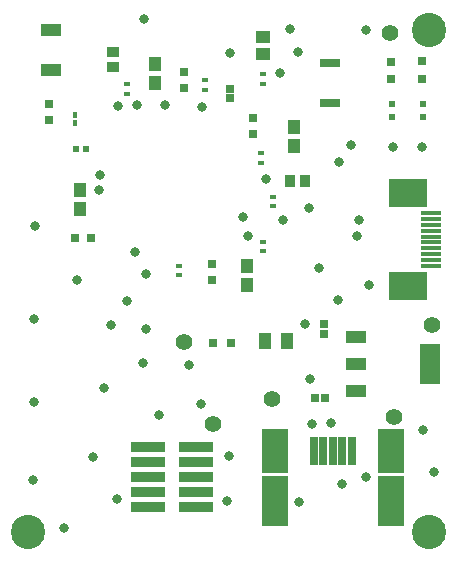
<source format=gts>
G04*
G04 #@! TF.GenerationSoftware,Altium Limited,Altium Designer,21.6.4 (81)*
G04*
G04 Layer_Color=8388736*
%FSLAX24Y24*%
%MOIN*%
G70*
G04*
G04 #@! TF.SameCoordinates,8E317252-C3AD-47CA-8584-9DD6DEF08156*
G04*
G04*
G04 #@! TF.FilePolarity,Negative*
G04*
G01*
G75*
%ADD21R,0.0315X0.0315*%
%ADD22R,0.0182X0.0218*%
%ADD23R,0.0515X0.0396*%
%ADD24R,0.0276X0.0256*%
%ADD25R,0.0398X0.0476*%
%ADD26R,0.0197X0.0157*%
%ADD27R,0.0259X0.0277*%
%ADD28R,0.0242X0.0225*%
%ADD29R,0.0396X0.0554*%
%ADD30R,0.0236X0.0236*%
%ADD31R,0.0256X0.0276*%
%ADD32R,0.0669X0.0315*%
%ADD33R,0.0315X0.0315*%
%ADD42R,0.0277X0.0259*%
%ADD43R,0.0710X0.0395*%
%ADD44C,0.0552*%
%ADD45R,0.1178X0.0371*%
%ADD46R,0.0277X0.0966*%
%ADD47R,0.0887X0.1655*%
%ADD48R,0.0887X0.1458*%
%ADD49R,0.0375X0.0415*%
%ADD50R,0.0690X0.0434*%
%ADD51R,0.0690X0.1320*%
%ADD52R,0.0415X0.0375*%
%ADD53R,0.0670X0.0160*%
%ADD54R,0.1270X0.0920*%
%ADD55R,0.0257X0.0257*%
%ADD56C,0.1143*%
%ADD57C,0.0316*%
D21*
X19430Y43110D02*
D03*
X18839D02*
D03*
D22*
X14220Y50421D02*
D03*
Y50700D02*
D03*
D23*
X20500Y52720D02*
D03*
Y53292D02*
D03*
D24*
X13360Y50528D02*
D03*
Y51060D02*
D03*
X18780Y45188D02*
D03*
Y45720D02*
D03*
X20160Y50074D02*
D03*
Y50606D02*
D03*
X17860Y51594D02*
D03*
Y52126D02*
D03*
D25*
X21520Y50296D02*
D03*
Y49664D02*
D03*
X19960Y45024D02*
D03*
Y45656D02*
D03*
X16900Y52396D02*
D03*
Y51764D02*
D03*
X14400Y48191D02*
D03*
Y47560D02*
D03*
D26*
X20440Y49417D02*
D03*
Y49103D02*
D03*
X20480Y46163D02*
D03*
Y46477D02*
D03*
X15960Y51715D02*
D03*
Y51400D02*
D03*
X17700Y45363D02*
D03*
Y45677D02*
D03*
X20820Y47960D02*
D03*
Y47645D02*
D03*
X18560Y51543D02*
D03*
Y51857D02*
D03*
X20480Y52057D02*
D03*
Y51743D02*
D03*
D27*
X22540Y43384D02*
D03*
Y43720D02*
D03*
D28*
X14600Y49560D02*
D03*
X14263D02*
D03*
D29*
X20546Y43160D02*
D03*
X21294D02*
D03*
D30*
X24800Y51047D02*
D03*
Y50633D02*
D03*
X25820Y51047D02*
D03*
Y50633D02*
D03*
D31*
X14234Y46600D02*
D03*
X14766D02*
D03*
D32*
X22740Y52429D02*
D03*
Y51091D02*
D03*
D33*
X24760Y51885D02*
D03*
Y52475D02*
D03*
X25800Y51905D02*
D03*
Y52495D02*
D03*
D42*
X22560Y41260D02*
D03*
X22224D02*
D03*
D43*
X13420Y52191D02*
D03*
Y53529D02*
D03*
D44*
X24860Y40640D02*
D03*
X24720Y53440D02*
D03*
X17869Y43134D02*
D03*
X20800Y41220D02*
D03*
X18820Y40380D02*
D03*
X26140Y43705D02*
D03*
D45*
X16658Y39640D02*
D03*
X18260Y37640D02*
D03*
Y39140D02*
D03*
Y39640D02*
D03*
X16658Y39140D02*
D03*
Y38640D02*
D03*
X18260D02*
D03*
X16658Y38140D02*
D03*
X18260D02*
D03*
X16658Y37640D02*
D03*
D46*
X23451Y39490D02*
D03*
X23136D02*
D03*
X22821D02*
D03*
X22506D02*
D03*
X22191D02*
D03*
D47*
X24760Y37827D02*
D03*
X20882D02*
D03*
D48*
Y39500D02*
D03*
X24760D02*
D03*
D49*
X21394Y48480D02*
D03*
X21886D02*
D03*
D50*
X23590Y43306D02*
D03*
Y42400D02*
D03*
Y41494D02*
D03*
D51*
X26050Y42400D02*
D03*
D52*
X15500Y52288D02*
D03*
Y52780D02*
D03*
D53*
X26100Y47431D02*
D03*
Y46249D02*
D03*
Y47037D02*
D03*
Y45855D02*
D03*
Y47234D02*
D03*
Y46840D02*
D03*
Y46446D02*
D03*
Y46052D02*
D03*
Y45658D02*
D03*
Y46643D02*
D03*
D54*
X25320Y45009D02*
D03*
Y48080D02*
D03*
D55*
X19400Y51577D02*
D03*
Y51263D02*
D03*
D56*
X26040Y36780D02*
D03*
X12660D02*
D03*
X26020Y53520D02*
D03*
D57*
X22360Y45580D02*
D03*
X22060Y41880D02*
D03*
X12890Y46990D02*
D03*
X12860Y43900D02*
D03*
Y41140D02*
D03*
X12820Y38520D02*
D03*
X24020Y45020D02*
D03*
X25816Y40205D02*
D03*
X23920Y38640D02*
D03*
X14820Y39280D02*
D03*
X14280Y45200D02*
D03*
X22996Y44515D02*
D03*
X23420Y49680D02*
D03*
X19396Y52758D02*
D03*
X21660Y52780D02*
D03*
X13860Y36920D02*
D03*
X16520Y53900D02*
D03*
X23920Y53520D02*
D03*
X21880Y43720D02*
D03*
X16600Y43560D02*
D03*
X16500Y42440D02*
D03*
X15420Y43700D02*
D03*
X15960Y44480D02*
D03*
X18440Y41060D02*
D03*
X18015Y42370D02*
D03*
X18442Y50960D02*
D03*
X23640Y46660D02*
D03*
X23680Y47180D02*
D03*
X16300Y51040D02*
D03*
X19980Y46660D02*
D03*
X21150Y47190D02*
D03*
X22010Y47610D02*
D03*
X17020Y40680D02*
D03*
X21400Y53560D02*
D03*
X24820Y49620D02*
D03*
X25800D02*
D03*
X19360Y39320D02*
D03*
X19285Y37831D02*
D03*
X26200Y38780D02*
D03*
X23120Y38380D02*
D03*
X21680Y37780D02*
D03*
X15188Y41601D02*
D03*
X15620Y37880D02*
D03*
X22760Y40440D02*
D03*
X22140Y40380D02*
D03*
X20580Y48560D02*
D03*
X15060Y48700D02*
D03*
X15647Y50993D02*
D03*
X23040Y49140D02*
D03*
X19840Y47280D02*
D03*
X17220Y51040D02*
D03*
X16599Y45410D02*
D03*
X21060Y52080D02*
D03*
X15020Y48180D02*
D03*
X16240Y46120D02*
D03*
M02*

</source>
